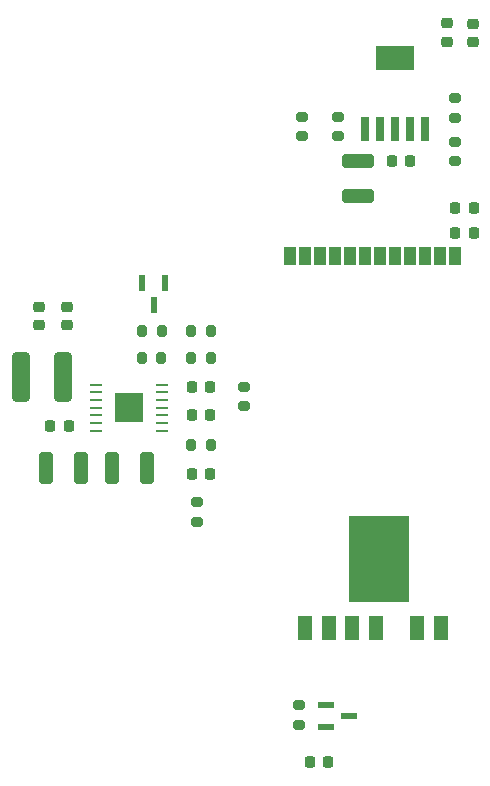
<source format=gtp>
%TF.GenerationSoftware,KiCad,Pcbnew,8.0.8*%
%TF.CreationDate,2025-03-18T16:59:42-07:00*%
%TF.ProjectId,RPi_interface,5250695f-696e-4746-9572-666163652e6b,1.2*%
%TF.SameCoordinates,Original*%
%TF.FileFunction,Paste,Top*%
%TF.FilePolarity,Positive*%
%FSLAX46Y46*%
G04 Gerber Fmt 4.6, Leading zero omitted, Abs format (unit mm)*
G04 Created by KiCad (PCBNEW 8.0.8) date 2025-03-18 16:59:42*
%MOMM*%
%LPD*%
G01*
G04 APERTURE LIST*
G04 Aperture macros list*
%AMRoundRect*
0 Rectangle with rounded corners*
0 $1 Rounding radius*
0 $2 $3 $4 $5 $6 $7 $8 $9 X,Y pos of 4 corners*
0 Add a 4 corners polygon primitive as box body*
4,1,4,$2,$3,$4,$5,$6,$7,$8,$9,$2,$3,0*
0 Add four circle primitives for the rounded corners*
1,1,$1+$1,$2,$3*
1,1,$1+$1,$4,$5*
1,1,$1+$1,$6,$7*
1,1,$1+$1,$8,$9*
0 Add four rect primitives between the rounded corners*
20,1,$1+$1,$2,$3,$4,$5,0*
20,1,$1+$1,$4,$5,$6,$7,0*
20,1,$1+$1,$6,$7,$8,$9,0*
20,1,$1+$1,$8,$9,$2,$3,0*%
G04 Aperture macros list end*
%ADD10C,0.000000*%
%ADD11RoundRect,0.200000X0.275000X-0.200000X0.275000X0.200000X-0.275000X0.200000X-0.275000X-0.200000X0*%
%ADD12R,1.320800X0.558800*%
%ADD13RoundRect,0.225000X-0.225000X-0.250000X0.225000X-0.250000X0.225000X0.250000X-0.225000X0.250000X0*%
%ADD14R,0.650000X2.000000*%
%ADD15R,3.200000X2.000000*%
%ADD16RoundRect,0.250000X-0.325000X-1.100000X0.325000X-1.100000X0.325000X1.100000X-0.325000X1.100000X0*%
%ADD17RoundRect,0.333000X0.417000X1.767000X-0.417000X1.767000X-0.417000X-1.767000X0.417000X-1.767000X0*%
%ADD18RoundRect,0.200000X-0.275000X0.200000X-0.275000X-0.200000X0.275000X-0.200000X0.275000X0.200000X0*%
%ADD19RoundRect,0.218750X0.218750X0.256250X-0.218750X0.256250X-0.218750X-0.256250X0.218750X-0.256250X0*%
%ADD20RoundRect,0.200000X-0.200000X-0.275000X0.200000X-0.275000X0.200000X0.275000X-0.200000X0.275000X0*%
%ADD21R,0.975000X1.500000*%
%ADD22R,1.300000X2.000000*%
%ADD23R,5.100000X7.300000*%
%ADD24R,1.120140X0.213360*%
%ADD25R,1.617000X1.722000*%
%ADD26RoundRect,0.225000X0.250000X-0.225000X0.250000X0.225000X-0.250000X0.225000X-0.250000X-0.225000X0*%
%ADD27RoundRect,0.250000X0.325000X1.100000X-0.325000X1.100000X-0.325000X-1.100000X0.325000X-1.100000X0*%
%ADD28R,0.558800X1.320800*%
%ADD29RoundRect,0.250000X1.100000X-0.325000X1.100000X0.325000X-1.100000X0.325000X-1.100000X-0.325000X0*%
%ADD30RoundRect,0.200000X0.200000X0.275000X-0.200000X0.275000X-0.200000X-0.275000X0.200000X-0.275000X0*%
G04 APERTURE END LIST*
D10*
%TO.C,U1*%
G36*
X110565941Y-83016329D02*
G01*
X108255941Y-83016329D01*
X108255941Y-80556329D01*
X110565941Y-80556329D01*
X110565941Y-83016329D01*
G37*
%TD*%
D11*
%TO.C,R6*%
X137050000Y-60900000D03*
X137050000Y-59250000D03*
%TD*%
D12*
%TO.C,Q2*%
X126135200Y-106922500D03*
X126135200Y-108827500D03*
X128014800Y-107875000D03*
%TD*%
D11*
%TO.C,R7*%
X137050000Y-57225000D03*
X137050000Y-55575000D03*
%TD*%
D13*
%TO.C,C8*%
X131675000Y-60900000D03*
X133225000Y-60900000D03*
%TD*%
D14*
%TO.C,U3*%
X129410000Y-58200000D03*
X130680000Y-58200000D03*
X131950000Y-58200000D03*
X133220000Y-58200000D03*
X134490000Y-58200000D03*
D15*
X131950000Y-52200000D03*
%TD*%
D11*
%TO.C,R11*%
X127150000Y-58815000D03*
X127150000Y-57165000D03*
%TD*%
D16*
%TO.C,C3*%
X107961341Y-86913659D03*
X110911341Y-86913659D03*
%TD*%
D17*
%TO.C,L1*%
X103836341Y-79213659D03*
X100236341Y-79213659D03*
%TD*%
D18*
%TO.C,R12*%
X124100000Y-57150000D03*
X124100000Y-58800000D03*
%TD*%
D19*
%TO.C,D1*%
X126300000Y-111750000D03*
X124725000Y-111750000D03*
%TD*%
D18*
%TO.C,R4*%
X119123841Y-79988659D03*
X119123841Y-81638659D03*
%TD*%
D13*
%TO.C,C10*%
X137050000Y-66950000D03*
X138600000Y-66950000D03*
%TD*%
D20*
%TO.C,R8*%
X110525000Y-75300000D03*
X112175000Y-75300000D03*
%TD*%
D21*
%TO.C,U2*%
X137060000Y-68910000D03*
X135790000Y-68910000D03*
X134520000Y-68910000D03*
X133250000Y-68910000D03*
X131980000Y-68910000D03*
X130710000Y-68910000D03*
X129440000Y-68910000D03*
X128170000Y-68910000D03*
X126900000Y-68910000D03*
X125630000Y-68910000D03*
X124360000Y-68910000D03*
X123090000Y-68910000D03*
D22*
X124310000Y-100450000D03*
X126310000Y-100450000D03*
X128310000Y-100450000D03*
X130310000Y-100450000D03*
X133830000Y-100450000D03*
X135830000Y-100450000D03*
D23*
X130560000Y-94550000D03*
%TD*%
D24*
%TO.C,U1*%
X112179541Y-83736363D03*
X112179541Y-83086350D03*
X112179541Y-82436341D03*
X112179541Y-81786329D03*
X112179541Y-81136317D03*
X112179541Y-80486308D03*
X112179541Y-79836295D03*
X106642341Y-79836295D03*
X106642341Y-80486308D03*
X106642341Y-81136317D03*
X106642341Y-81786329D03*
X106642341Y-82436341D03*
X106642341Y-83086350D03*
X106642341Y-83736363D03*
D25*
X109410941Y-81786329D03*
%TD*%
D26*
%TO.C,C2*%
X104161341Y-74788659D03*
X104161341Y-73238659D03*
%TD*%
D27*
%TO.C,C4*%
X105361341Y-86913659D03*
X102411341Y-86913659D03*
%TD*%
D13*
%TO.C,C5*%
X102761341Y-83313659D03*
X104311341Y-83313659D03*
%TD*%
D18*
%TO.C,R1*%
X115150000Y-89800000D03*
X115150000Y-91450000D03*
%TD*%
D13*
%TO.C,C7*%
X114748841Y-82413659D03*
X116298841Y-82413659D03*
%TD*%
%TO.C,C6*%
X114748841Y-79988659D03*
X116298841Y-79988659D03*
%TD*%
D28*
%TO.C,Q1*%
X112462500Y-71220400D03*
X110557500Y-71220400D03*
X111510000Y-73100000D03*
%TD*%
D29*
%TO.C,C14*%
X128800000Y-63835000D03*
X128800000Y-60885000D03*
%TD*%
D26*
%TO.C,C12*%
X136375000Y-50800000D03*
X136375000Y-49250000D03*
%TD*%
D20*
%TO.C,R9*%
X114698841Y-75300000D03*
X116348841Y-75300000D03*
%TD*%
D11*
%TO.C,R10*%
X123850000Y-108625000D03*
X123850000Y-106975000D03*
%TD*%
D13*
%TO.C,C11*%
X114748841Y-87413659D03*
X116298841Y-87413659D03*
%TD*%
D26*
%TO.C,C1*%
X101821341Y-74788659D03*
X101821341Y-73238659D03*
%TD*%
D13*
%TO.C,C9*%
X137050000Y-64850000D03*
X138600000Y-64850000D03*
%TD*%
D30*
%TO.C,R3*%
X116348841Y-84913659D03*
X114698841Y-84913659D03*
%TD*%
D26*
%TO.C,C13*%
X138520000Y-50845000D03*
X138520000Y-49295000D03*
%TD*%
D20*
%TO.C,R2*%
X110511341Y-77613659D03*
X112161341Y-77613659D03*
%TD*%
%TO.C,R5*%
X114698841Y-77613659D03*
X116348841Y-77613659D03*
%TD*%
M02*

</source>
